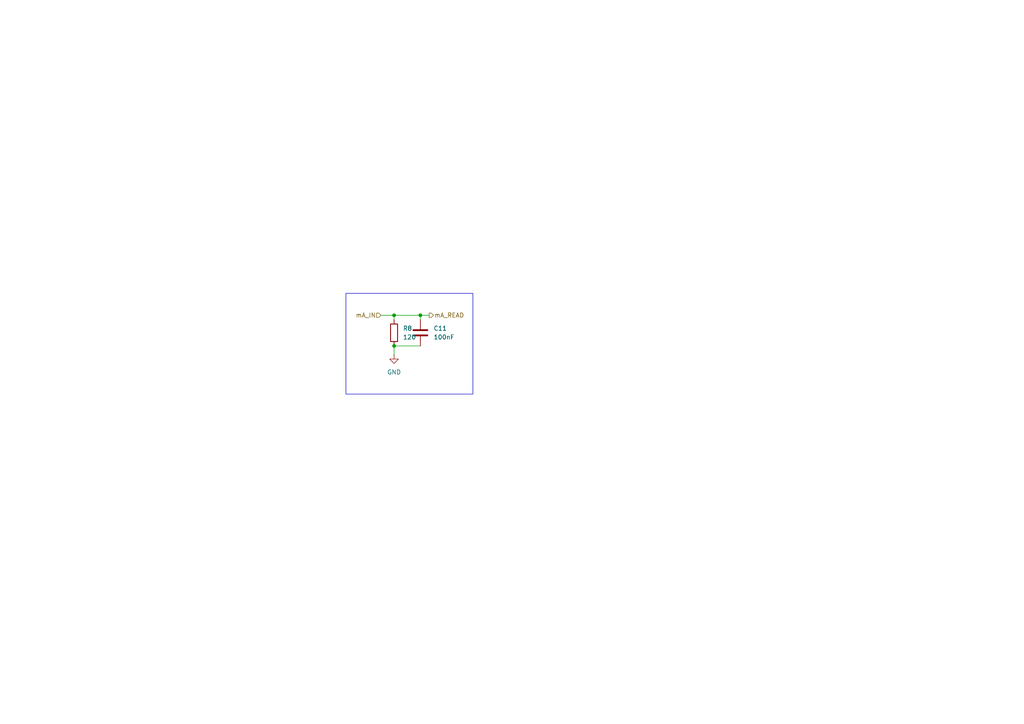
<source format=kicad_sch>
(kicad_sch (version 20250114) (generator "eeschema") (generator_version "9.0")
  (paper "A4")
  (lib_symbols
    (symbol "Device:C" (pin_numbers (hide yes)) (pin_names (offset 0.254))
      (property "Reference" "C" (at 0.635 2.54 0))
      (property "Value" "C" (at 0.635 -2.54 0))
      (symbol "C_0_1"
        (polyline (pts (xy -2.032 0.762) (xy 2.032 0.762)) (stroke (width 0.508)))
        (polyline (pts (xy -2.032 -0.762) (xy 2.032 -0.762)) (stroke (width 0.508)))
      )
      (symbol "C_1_1"
        (pin passive line (at 0 3.81 270) (length 2.794) (name "~") (number "1"))
        (pin passive line (at 0 -3.81 90) (length 2.794) (name "~") (number "2"))
      )
    )
    (symbol "Device:R" (pin_numbers (hide yes)) (pin_names (offset 0))
      (property "Reference" "R" (at 2.032 0 90))
      (property "Value" "R" (at 0 0 90))
      (symbol "R_0_1"
        (rectangle (start -1.016 -2.54) (end 1.016 2.54) (stroke (width 0.254)))
      )
      (symbol "R_1_1"
        (pin passive line (at 0 3.81 270) (length 1.27) (name "~") (number "1"))
        (pin passive line (at 0 -3.81 90) (length 1.27) (name "~") (number "2"))
      )
    )
    (symbol "power:GND" (power) (pin_numbers (hide yes)) (pin_names (offset 0) (hide yes))
      (property "Value" "GND" (at 0 -3.81 0))
      (symbol "GND_0_1"
        (polyline (pts (xy 0 0) (xy 0 -1.27) (xy 1.27 -1.27) (xy 0 -2.54) (xy -1.27 -1.27) (xy 0 -1.27)))
      )
      (symbol "GND_1_1"
        (pin power_in line (at 0 0 270) (length 0) (name "~") (number "1"))
      )
    )
  )
  (rectangle (start 100.33 85.09) (end 137.16 114.3))
  (junction (at 114.3 100.33))
  (junction (at 114.3 91.44))
  (junction (at 121.92 91.44))
  (wire (pts (xy 114.3 91.44) (xy 114.3 92.71)))
  (wire (pts (xy 121.92 91.44) (xy 124.46 91.44)))
  (wire (pts (xy 110.49 91.44) (xy 114.3 91.44)))
  (wire (pts (xy 114.3 100.33) (xy 121.92 100.33)))
  (wire (pts (xy 121.92 91.44) (xy 121.92 92.71)))
  (wire (pts (xy 114.3 91.44) (xy 121.92 91.44)))
  (wire (pts (xy 114.3 100.33) (xy 114.3 102.87)))
  (hierarchical_label "mA_IN" (shape input) (at 110.49 91.44 180))
  (hierarchical_label "mA_READ" (shape output) (at 124.46 91.44 0))
  (symbol (lib_id "Device:R") (at 114.3 96.52 180) (unit 1)
    (property "Reference" "R8" (at 116.84 95.2499 0) (effects (justify right)))
    (property "Value" "120" (at 116.84 97.7899 0) (effects (justify right)))
    (property "Description" "Resistor" (effects (hide yes)))
    (property "Tolerance" "0.1-1%" (effects (hide yes)))
  )
  (symbol (lib_id "Device:C") (at 121.92 96.52 0) (unit 1)
    (property "Reference" "C11" (at 125.73 95.2499 0) (effects (justify left)))
    (property "Value" "100nF" (at 125.73 97.7899 0) (effects (justify left)))
    (property "Description" "Unpolarized capacitor" (effects (hide yes)))
  )
  (symbol (lib_id "power:GND") (at 114.3 102.87 0) (unit 1)
    (property "Reference" "#PWR029" (effects (hide yes)))
    (property "Value" "GND" (at 114.3 107.95 0))
    (property "Description" "Power symbol creates a global label with name \"GND\" , ground" (effects (hide yes)))
  )
)
</source>
